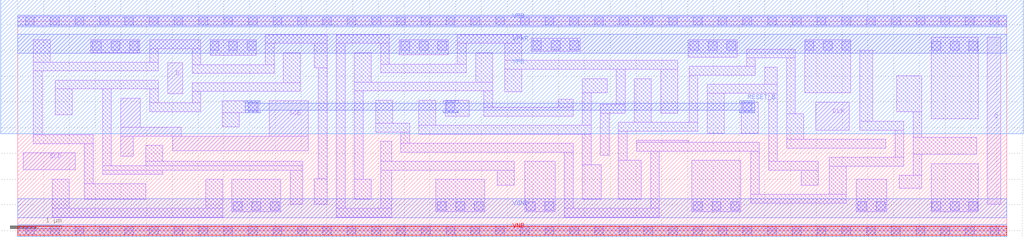
<source format=lef>
# Copyright 2020 The SkyWater PDK Authors
#
# Licensed under the Apache License, Version 2.0 (the "License");
# you may not use this file except in compliance with the License.
# You may obtain a copy of the License at
#
#     https://www.apache.org/licenses/LICENSE-2.0
#
# Unless required by applicable law or agreed to in writing, software
# distributed under the License is distributed on an "AS IS" BASIS,
# WITHOUT WARRANTIES OR CONDITIONS OF ANY KIND, either express or implied.
# See the License for the specific language governing permissions and
# limitations under the License.
#
# SPDX-License-Identifier: Apache-2.0

VERSION 5.7 ;
  NOWIREEXTENSIONATPIN ON ;
  DIVIDERCHAR "/" ;
  BUSBITCHARS "[]" ;
MACRO sky130_fd_sc_hvl__sdfrtp_1
  CLASS CORE ;
  FOREIGN sky130_fd_sc_hvl__sdfrtp_1 ;
  ORIGIN  0.000000  0.000000 ;
  SIZE  19.20000 BY  4.070000 ;
  SYMMETRY X Y ;
  SITE unithv ;
  PIN D
    ANTENNAGATEAREA  0.420000 ;
    DIRECTION INPUT ;
    USE SIGNAL ;
    PORT
      LAYER li1 ;
        RECT 2.910000 2.660000 3.205000 3.260000 ;
    END
  END D
  PIN Q
    ANTENNADIFFAREA  0.626250 ;
    DIRECTION OUTPUT ;
    USE SIGNAL ;
    PORT
      LAYER li1 ;
        RECT 18.820000 0.515000 19.075000 3.755000 ;
    END
  END Q
  PIN RESET_B
    ANTENNAGATEAREA  1.260000 ;
    DIRECTION INPUT ;
    USE SIGNAL ;
    PORT
      LAYER met1 ;
        RECT  4.415000 2.290000  4.705000 2.335000 ;
        RECT  4.415000 2.335000 14.305000 2.475000 ;
        RECT  4.415000 2.475000  4.705000 2.520000 ;
        RECT  8.255000 2.290000  8.545000 2.335000 ;
        RECT  8.255000 2.475000  8.545000 2.520000 ;
        RECT 14.015000 2.290000 14.305000 2.335000 ;
        RECT 14.015000 2.475000 14.305000 2.520000 ;
    END
  END RESET_B
  PIN SCD
    ANTENNAGATEAREA  0.420000 ;
    DIRECTION INPUT ;
    USE SIGNAL ;
    PORT
      LAYER li1 ;
        RECT 0.105000 1.180000 1.115000 1.510000 ;
    END
  END SCD
  PIN SCE
    ANTENNAGATEAREA  0.840000 ;
    DIRECTION INPUT ;
    USE SIGNAL ;
    PORT
      LAYER li1 ;
        RECT 1.995000 1.445000 2.245000 1.835000 ;
        RECT 1.995000 1.835000 3.175000 2.005000 ;
        RECT 1.995000 2.005000 2.380000 2.575000 ;
        RECT 3.005000 1.550000 5.635000 1.835000 ;
        RECT 4.880000 1.835000 5.635000 2.525000 ;
    END
  END SCE
  PIN CLK
    ANTENNAGATEAREA  0.585000 ;
    DIRECTION INPUT ;
    USE CLOCK ;
    PORT
      LAYER li1 ;
        RECT 15.485000 1.955000 16.140000 2.495000 ;
    END
  END CLK
  PIN VGND
    DIRECTION INOUT ;
    USE GROUND ;
    PORT
      LAYER met1 ;
        RECT 0.000000 0.255000 19.200000 0.625000 ;
    END
  END VGND
  PIN VNB
    DIRECTION INOUT ;
    USE GROUND ;
    PORT
      LAYER met1 ;
        RECT 0.000000 -0.115000 19.200000 0.115000 ;
      LAYER pwell ;
        RECT 0.000000 -0.085000 19.200000 0.085000 ;
    END
  END VNB
  PIN VPB
    DIRECTION INOUT ;
    USE POWER ;
    PORT
      LAYER met1 ;
        RECT 0.000000 3.955000 19.200000 4.185000 ;
      LAYER nwell ;
        RECT -0.330000 1.885000 19.530000 4.485000 ;
    END
  END VPB
  PIN VPWR
    DIRECTION INOUT ;
    USE POWER ;
    PORT
      LAYER met1 ;
        RECT 0.000000 3.445000 19.200000 3.815000 ;
    END
  END VPWR
  OBS
    LAYER li1 ;
      RECT  0.000000 -0.085000 19.200000 0.085000 ;
      RECT  0.000000  3.985000 19.200000 4.155000 ;
      RECT  0.305000  1.690000  1.465000 1.860000 ;
      RECT  0.305000  1.860000  0.475000 3.105000 ;
      RECT  0.305000  3.105000  2.730000 3.275000 ;
      RECT  0.305000  3.275000  0.635000 3.705000 ;
      RECT  0.665000  0.265000  3.975000 0.435000 ;
      RECT  0.665000  0.435000  0.995000 0.995000 ;
      RECT  0.730000  2.255000  1.060000 2.755000 ;
      RECT  0.730000  2.755000  2.730000 2.925000 ;
      RECT  1.295000  0.615000  2.485000 0.915000 ;
      RECT  1.295000  0.915000  1.465000 1.690000 ;
      RECT  1.420000  3.455000  2.370000 3.705000 ;
      RECT  1.645000  1.095000  2.810000 1.175000 ;
      RECT  1.645000  1.175000  5.535000 1.265000 ;
      RECT  1.645000  1.265000  1.815000 2.755000 ;
      RECT  2.480000  1.265000  5.535000 1.345000 ;
      RECT  2.480000  1.345000  2.810000 1.655000 ;
      RECT  2.560000  2.310000  3.555000 2.480000 ;
      RECT  2.560000  2.480000  2.730000 2.755000 ;
      RECT  2.560000  3.275000  2.730000 3.535000 ;
      RECT  2.560000  3.535000  3.555000 3.705000 ;
      RECT  3.385000  2.480000  3.555000 2.705000 ;
      RECT  3.385000  2.705000  5.485000 2.875000 ;
      RECT  3.385000  3.055000  4.975000 3.225000 ;
      RECT  3.385000  3.225000  3.555000 3.535000 ;
      RECT  3.645000  0.435000  3.975000 0.995000 ;
      RECT  3.735000  3.405000  4.625000 3.705000 ;
      RECT  3.965000  2.015000  4.300000 2.290000 ;
      RECT  3.965000  2.290000  4.675000 2.525000 ;
      RECT  4.155000  0.365000  5.105000 0.995000 ;
      RECT  4.805000  3.225000  4.975000 3.635000 ;
      RECT  4.805000  3.635000  6.005000 3.805000 ;
      RECT  5.155000  2.875000  5.485000 3.455000 ;
      RECT  5.285000  0.515000  5.535000 1.175000 ;
      RECT  5.755000  0.515000  6.005000 1.005000 ;
      RECT  5.755000  3.165000  6.005000 3.635000 ;
      RECT  5.835000  1.005000  6.005000 3.165000 ;
      RECT  6.185000  0.265000  7.255000 0.435000 ;
      RECT  6.185000  0.435000  6.355000 3.635000 ;
      RECT  6.185000  3.635000  7.215000 3.805000 ;
      RECT  6.535000  0.615000  6.865000 0.995000 ;
      RECT  6.535000  0.995000  6.705000 2.715000 ;
      RECT  6.535000  2.715000  9.215000 2.885000 ;
      RECT  6.535000  2.885000  6.865000 3.455000 ;
      RECT  6.950000  1.915000  7.605000 2.085000 ;
      RECT  6.950000  2.085000  7.280000 2.535000 ;
      RECT  7.045000  0.435000  7.255000 1.175000 ;
      RECT  7.045000  1.175000  9.635000 1.345000 ;
      RECT  7.045000  1.345000  7.255000 1.735000 ;
      RECT  7.045000  3.065000  8.705000 3.235000 ;
      RECT  7.045000  3.235000  7.215000 3.635000 ;
      RECT  7.405000  3.415000  8.355000 3.705000 ;
      RECT  7.435000  1.525000 10.780000 1.695000 ;
      RECT  7.435000  1.695000  7.605000 1.915000 ;
      RECT  7.785000  1.875000 11.130000 2.045000 ;
      RECT  7.785000  2.045000  8.115000 2.535000 ;
      RECT  8.115000  0.365000  9.065000 0.995000 ;
      RECT  8.295000  2.225000  8.760000 2.535000 ;
      RECT  8.535000  3.235000  8.705000 3.635000 ;
      RECT  8.535000  3.635000  9.785000 3.805000 ;
      RECT  8.885000  2.885000  9.215000 3.455000 ;
      RECT  9.045000  2.225000 10.780000 2.395000 ;
      RECT  9.045000  2.395000  9.215000 2.715000 ;
      RECT  9.305000  0.885000  9.635000 1.175000 ;
      RECT  9.455000  2.695000  9.785000 3.135000 ;
      RECT  9.455000  3.135000 12.810000 3.305000 ;
      RECT  9.455000  3.305000  9.785000 3.635000 ;
      RECT  9.840000  0.365000 10.430000 1.345000 ;
      RECT  9.965000  3.485000 10.915000 3.735000 ;
      RECT 10.490000  2.395000 10.780000 2.555000 ;
      RECT 10.610000  0.265000 12.455000 0.435000 ;
      RECT 10.610000  0.435000 10.780000 1.525000 ;
      RECT 10.960000  0.615000 11.325000 1.285000 ;
      RECT 10.960000  1.285000 11.130000 1.875000 ;
      RECT 10.960000  2.045000 11.130000 2.675000 ;
      RECT 10.960000  2.675000 11.440000 2.955000 ;
      RECT 11.310000  1.465000 11.480000 2.285000 ;
      RECT 11.310000  2.285000 11.790000 2.455000 ;
      RECT 11.620000  2.455000 11.790000 3.135000 ;
      RECT 11.660000  0.615000 12.105000 1.365000 ;
      RECT 11.660000  1.365000 11.830000 1.935000 ;
      RECT 11.660000  1.935000 13.200000 2.105000 ;
      RECT 11.970000  2.105000 12.300000 2.955000 ;
      RECT 12.010000  1.545000 14.395000 1.715000 ;
      RECT 12.010000  1.715000 13.020000 1.755000 ;
      RECT 12.285000  0.435000 12.455000 1.545000 ;
      RECT 12.480000  2.285000 12.810000 3.135000 ;
      RECT 13.015000  3.370000 13.965000 3.705000 ;
      RECT 13.030000  2.105000 13.200000 3.020000 ;
      RECT 13.030000  3.020000 14.315000 3.190000 ;
      RECT 13.085000  0.365000 14.035000 1.365000 ;
      RECT 13.380000  1.895000 13.710000 2.670000 ;
      RECT 13.380000  2.670000 14.745000 2.840000 ;
      RECT 14.040000  1.895000 14.370000 2.490000 ;
      RECT 14.145000  3.190000 14.315000 3.355000 ;
      RECT 14.145000  3.355000 15.095000 3.525000 ;
      RECT 14.225000  0.535000 16.085000 0.705000 ;
      RECT 14.225000  0.705000 14.395000 1.545000 ;
      RECT 14.495000  2.840000 14.745000 3.175000 ;
      RECT 14.575000  1.175000 15.535000 1.345000 ;
      RECT 14.575000  1.345000 14.745000 2.670000 ;
      RECT 14.925000  1.605000 16.850000 1.775000 ;
      RECT 14.925000  1.775000 15.255000 2.275000 ;
      RECT 14.925000  2.275000 15.095000 3.355000 ;
      RECT 15.205000  0.885000 15.535000 1.175000 ;
      RECT 15.275000  2.675000 16.165000 3.705000 ;
      RECT 15.755000  0.705000 16.085000 1.255000 ;
      RECT 15.755000  1.255000 17.200000 1.425000 ;
      RECT 16.275000  0.365000 16.865000 0.995000 ;
      RECT 16.345000  1.955000 17.200000 2.125000 ;
      RECT 16.345000  2.125000 16.595000 3.505000 ;
      RECT 17.030000  1.425000 17.200000 1.955000 ;
      RECT 17.065000  2.305000 17.550000 3.005000 ;
      RECT 17.105000  0.825000 17.550000 1.075000 ;
      RECT 17.380000  1.075000 17.550000 1.485000 ;
      RECT 17.380000  1.485000 18.615000 1.815000 ;
      RECT 17.380000  1.815000 17.550000 2.305000 ;
      RECT 17.730000  0.365000 18.640000 1.305000 ;
      RECT 17.730000  2.175000 18.640000 3.755000 ;
    LAYER mcon ;
      RECT  0.155000 -0.085000  0.325000 0.085000 ;
      RECT  0.155000  3.985000  0.325000 4.155000 ;
      RECT  0.635000 -0.085000  0.805000 0.085000 ;
      RECT  0.635000  3.985000  0.805000 4.155000 ;
      RECT  1.115000 -0.085000  1.285000 0.085000 ;
      RECT  1.115000  3.985000  1.285000 4.155000 ;
      RECT  1.450000  3.505000  1.620000 3.675000 ;
      RECT  1.595000 -0.085000  1.765000 0.085000 ;
      RECT  1.595000  3.985000  1.765000 4.155000 ;
      RECT  1.810000  3.505000  1.980000 3.675000 ;
      RECT  2.075000 -0.085000  2.245000 0.085000 ;
      RECT  2.075000  3.985000  2.245000 4.155000 ;
      RECT  2.170000  3.505000  2.340000 3.675000 ;
      RECT  2.555000 -0.085000  2.725000 0.085000 ;
      RECT  2.555000  3.985000  2.725000 4.155000 ;
      RECT  3.035000 -0.085000  3.205000 0.085000 ;
      RECT  3.035000  3.985000  3.205000 4.155000 ;
      RECT  3.515000 -0.085000  3.685000 0.085000 ;
      RECT  3.515000  3.985000  3.685000 4.155000 ;
      RECT  3.735000  3.505000  3.905000 3.675000 ;
      RECT  3.995000 -0.085000  4.165000 0.085000 ;
      RECT  3.995000  3.985000  4.165000 4.155000 ;
      RECT  4.095000  3.505000  4.265000 3.675000 ;
      RECT  4.185000  0.395000  4.355000 0.565000 ;
      RECT  4.455000  3.505000  4.625000 3.675000 ;
      RECT  4.475000 -0.085000  4.645000 0.085000 ;
      RECT  4.475000  2.320000  4.645000 2.490000 ;
      RECT  4.475000  3.985000  4.645000 4.155000 ;
      RECT  4.545000  0.395000  4.715000 0.565000 ;
      RECT  4.905000  0.395000  5.075000 0.565000 ;
      RECT  4.955000 -0.085000  5.125000 0.085000 ;
      RECT  4.955000  3.985000  5.125000 4.155000 ;
      RECT  5.435000 -0.085000  5.605000 0.085000 ;
      RECT  5.435000  3.985000  5.605000 4.155000 ;
      RECT  5.915000 -0.085000  6.085000 0.085000 ;
      RECT  5.915000  3.985000  6.085000 4.155000 ;
      RECT  6.395000 -0.085000  6.565000 0.085000 ;
      RECT  6.395000  3.985000  6.565000 4.155000 ;
      RECT  6.875000 -0.085000  7.045000 0.085000 ;
      RECT  6.875000  3.985000  7.045000 4.155000 ;
      RECT  7.355000 -0.085000  7.525000 0.085000 ;
      RECT  7.355000  3.985000  7.525000 4.155000 ;
      RECT  7.435000  3.505000  7.605000 3.675000 ;
      RECT  7.795000  3.505000  7.965000 3.675000 ;
      RECT  7.835000 -0.085000  8.005000 0.085000 ;
      RECT  7.835000  3.985000  8.005000 4.155000 ;
      RECT  8.145000  0.395000  8.315000 0.565000 ;
      RECT  8.155000  3.505000  8.325000 3.675000 ;
      RECT  8.315000 -0.085000  8.485000 0.085000 ;
      RECT  8.315000  2.320000  8.485000 2.490000 ;
      RECT  8.315000  3.985000  8.485000 4.155000 ;
      RECT  8.505000  0.395000  8.675000 0.565000 ;
      RECT  8.795000 -0.085000  8.965000 0.085000 ;
      RECT  8.795000  3.985000  8.965000 4.155000 ;
      RECT  8.865000  0.395000  9.035000 0.565000 ;
      RECT  9.275000 -0.085000  9.445000 0.085000 ;
      RECT  9.275000  3.985000  9.445000 4.155000 ;
      RECT  9.755000 -0.085000  9.925000 0.085000 ;
      RECT  9.755000  3.985000  9.925000 4.155000 ;
      RECT  9.870000  0.395000 10.040000 0.565000 ;
      RECT  9.995000  3.515000 10.165000 3.685000 ;
      RECT 10.230000  0.395000 10.400000 0.565000 ;
      RECT 10.235000 -0.085000 10.405000 0.085000 ;
      RECT 10.235000  3.985000 10.405000 4.155000 ;
      RECT 10.355000  3.515000 10.525000 3.685000 ;
      RECT 10.715000 -0.085000 10.885000 0.085000 ;
      RECT 10.715000  3.515000 10.885000 3.685000 ;
      RECT 10.715000  3.985000 10.885000 4.155000 ;
      RECT 11.195000 -0.085000 11.365000 0.085000 ;
      RECT 11.195000  3.985000 11.365000 4.155000 ;
      RECT 11.675000 -0.085000 11.845000 0.085000 ;
      RECT 11.675000  3.985000 11.845000 4.155000 ;
      RECT 12.155000 -0.085000 12.325000 0.085000 ;
      RECT 12.155000  3.985000 12.325000 4.155000 ;
      RECT 12.635000 -0.085000 12.805000 0.085000 ;
      RECT 12.635000  3.985000 12.805000 4.155000 ;
      RECT 13.045000  3.505000 13.215000 3.675000 ;
      RECT 13.115000 -0.085000 13.285000 0.085000 ;
      RECT 13.115000  0.395000 13.285000 0.565000 ;
      RECT 13.115000  3.985000 13.285000 4.155000 ;
      RECT 13.405000  3.505000 13.575000 3.675000 ;
      RECT 13.475000  0.395000 13.645000 0.565000 ;
      RECT 13.595000 -0.085000 13.765000 0.085000 ;
      RECT 13.595000  3.985000 13.765000 4.155000 ;
      RECT 13.765000  3.505000 13.935000 3.675000 ;
      RECT 13.835000  0.395000 14.005000 0.565000 ;
      RECT 14.075000 -0.085000 14.245000 0.085000 ;
      RECT 14.075000  2.320000 14.245000 2.490000 ;
      RECT 14.075000  3.985000 14.245000 4.155000 ;
      RECT 14.555000 -0.085000 14.725000 0.085000 ;
      RECT 14.555000  3.985000 14.725000 4.155000 ;
      RECT 15.035000 -0.085000 15.205000 0.085000 ;
      RECT 15.035000  3.985000 15.205000 4.155000 ;
      RECT 15.275000  3.505000 15.445000 3.675000 ;
      RECT 15.515000 -0.085000 15.685000 0.085000 ;
      RECT 15.515000  3.985000 15.685000 4.155000 ;
      RECT 15.635000  3.505000 15.805000 3.675000 ;
      RECT 15.995000 -0.085000 16.165000 0.085000 ;
      RECT 15.995000  3.505000 16.165000 3.675000 ;
      RECT 15.995000  3.985000 16.165000 4.155000 ;
      RECT 16.305000  0.395000 16.475000 0.565000 ;
      RECT 16.475000 -0.085000 16.645000 0.085000 ;
      RECT 16.475000  3.985000 16.645000 4.155000 ;
      RECT 16.665000  0.395000 16.835000 0.565000 ;
      RECT 16.955000 -0.085000 17.125000 0.085000 ;
      RECT 16.955000  3.985000 17.125000 4.155000 ;
      RECT 17.435000 -0.085000 17.605000 0.085000 ;
      RECT 17.435000  3.985000 17.605000 4.155000 ;
      RECT 17.740000  0.395000 17.910000 0.565000 ;
      RECT 17.740000  3.505000 17.910000 3.675000 ;
      RECT 17.915000 -0.085000 18.085000 0.085000 ;
      RECT 17.915000  3.985000 18.085000 4.155000 ;
      RECT 18.100000  0.395000 18.270000 0.565000 ;
      RECT 18.100000  3.505000 18.270000 3.675000 ;
      RECT 18.395000 -0.085000 18.565000 0.085000 ;
      RECT 18.395000  3.985000 18.565000 4.155000 ;
      RECT 18.460000  0.395000 18.630000 0.565000 ;
      RECT 18.460000  3.505000 18.630000 3.675000 ;
      RECT 18.875000 -0.085000 19.045000 0.085000 ;
      RECT 18.875000  3.985000 19.045000 4.155000 ;
  END
END sky130_fd_sc_hvl__sdfrtp_1
END LIBRARY

</source>
